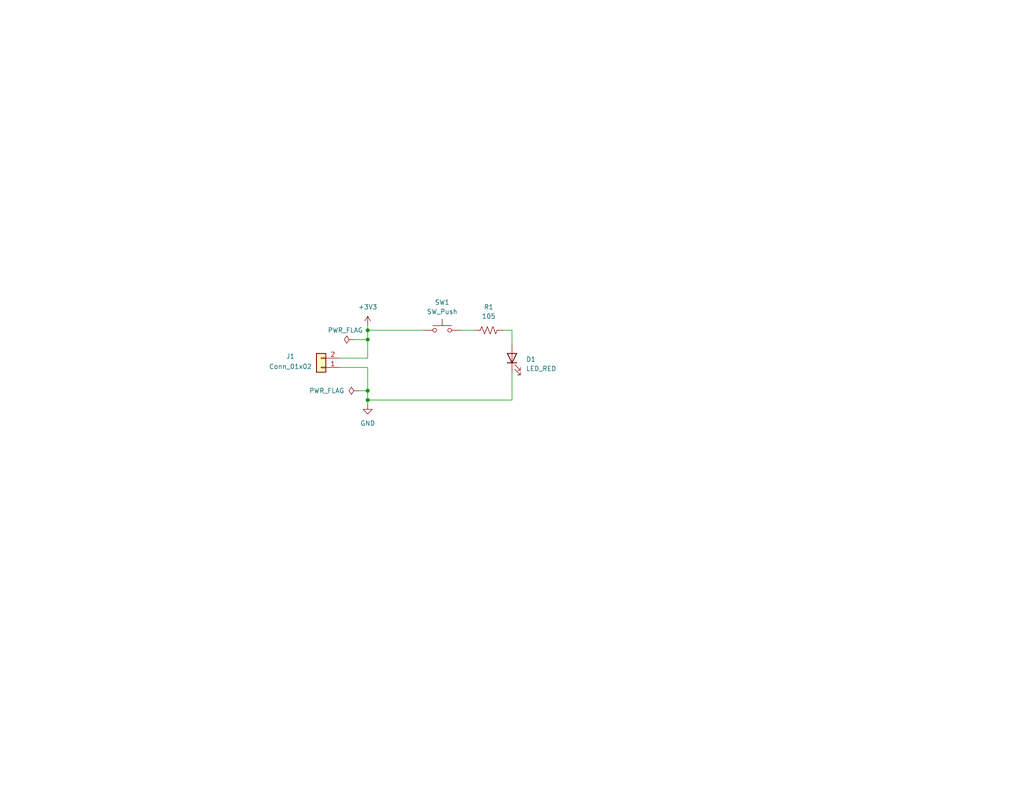
<source format=kicad_sch>
(kicad_sch (version 20231120) (generator "eeschema") (generator_version "8.0")
  (paper "USLetter")
  (title_block (title "LEDProject") (date "2025-09-19") (rev "1.0") (company "Illini Solar Car") (comment 1 "Designed By: Justin Ho"))
  (lib_symbols
    (symbol "Connector_Generic:Conn_01x02" (pin_names (offset 1.016) hide)
      (property "Reference" "J" (at 0 2.54 0))
      (property "Value" "Conn_01x02" (at 0 -5.08 0))
      (symbol "Conn_01x02_1_1"
        (rectangle (start -1.27 -2.413) (end 0 -2.667) (stroke (width 0.1524)))
        (rectangle (start -1.27 0.127) (end 0 -0.127) (stroke (width 0.1524)))
        (rectangle (start -1.27 1.27) (end 1.27 -3.81) (stroke (width 0.254)) (fill (type background)))
        (pin passive line (at -5.08 0 0) (length 3.81) (name "Pin_1") (number "1"))
        (pin passive line (at -5.08 -2.54 0) (length 3.81) (name "Pin_2") (number "2"))
      )
    )
    (symbol "Device:LED" (pin_numbers hide) (pin_names (offset 1.016) hide)
      (property "Reference" "D" (at 0 2.54 0))
      (property "Value" "LED" (at 0 -2.54 0))
      (symbol "LED_0_1"
        (polyline (pts (xy -1.27 -1.27) (xy -1.27 1.27)) (stroke (width 0.254)))
        (polyline (pts (xy -1.27 0) (xy 1.27 0)))
        (polyline (pts (xy 1.27 -1.27) (xy 1.27 1.27) (xy -1.27 0) (xy 1.27 -1.27)) (stroke (width 0.254)))
        (polyline (pts (xy -3.048 -0.762) (xy -4.572 -2.286) (xy -3.81 -2.286) (xy -4.572 -2.286) (xy -4.572 -1.524)))
        (polyline (pts (xy -1.778 -0.762) (xy -3.302 -2.286) (xy -2.54 -2.286) (xy -3.302 -2.286) (xy -3.302 -1.524)))
      )
      (symbol "LED_1_1"
        (pin passive line (at -3.81 0 0) (length 2.54) (name "K") (number "1"))
        (pin passive line (at 3.81 0 180) (length 2.54) (name "A") (number "2"))
      )
    )
    (symbol "Device:R_US" (pin_numbers hide) (pin_names (offset 0))
      (property "Reference" "R" (at 2.54 0 90))
      (property "Value" "R_US" (at -2.54 0 90))
      (symbol "R_US_0_1"
        (polyline (pts (xy 0 -2.286) (xy 0 -2.54)))
        (polyline (pts (xy 0 2.286) (xy 0 2.54)))
        (polyline (pts (xy 0 -0.762) (xy 1.016 -1.143) (xy 0 -1.524) (xy -1.016 -1.905) (xy 0 -2.286)))
        (polyline (pts (xy 0 0.762) (xy 1.016 0.381) (xy 0 0) (xy -1.016 -0.381) (xy 0 -0.762)))
        (polyline (pts (xy 0 2.286) (xy 1.016 1.905) (xy 0 1.524) (xy -1.016 1.143) (xy 0 0.762)))
      )
      (symbol "R_US_1_1"
        (pin passive line (at 0 3.81 270) (length 1.27) (name "~") (number "1"))
        (pin passive line (at 0 -3.81 90) (length 1.27) (name "~") (number "2"))
      )
    )
    (symbol "Switch:SW_Push" (pin_numbers hide) (pin_names (offset 1.016) hide)
      (property "Reference" "SW" (at 1.27 2.54 0))
      (property "Value" "SW_Push" (at 0 -1.524 0))
      (symbol "SW_Push_0_1"
        (circle (center -2.032 0) (radius 0.508))
        (polyline (pts (xy 0 1.27) (xy 0 3.048)))
        (polyline (pts (xy 2.54 1.27) (xy -2.54 1.27)))
        (circle (center 2.032 0) (radius 0.508))
        (pin passive line (at -5.08 0 0) (length 2.54) (name "1") (number "1"))
        (pin passive line (at 5.08 0 180) (length 2.54) (name "2") (number "2"))
      )
    )
    (symbol "power:+3V3" (power) (pin_names (offset 0))
      (property "Value" "+3V3" (at 0 3.556 0))
      (symbol "+3V3_0_1"
        (polyline (pts (xy -0.762 1.27) (xy 0 2.54)))
        (polyline (pts (xy 0 0) (xy 0 2.54)))
        (polyline (pts (xy 0 2.54) (xy 0.762 1.27)))
      )
      (symbol "+3V3_1_1"
        (pin power_in line (at 0 0 90) (length 0) hide (name "+3V3") (number "1"))
      )
    )
    (symbol "power:GND" (power) (pin_names (offset 0))
      (property "Value" "GND" (at 0 -3.81 0))
      (symbol "GND_0_1"
        (polyline (pts (xy 0 0) (xy 0 -1.27) (xy 1.27 -1.27) (xy 0 -2.54) (xy -1.27 -1.27) (xy 0 -1.27)))
      )
      (symbol "GND_1_1"
        (pin power_in line (at 0 0 270) (length 0) hide (name "GND") (number "1"))
      )
    )
    (symbol "power:PWR_FLAG" (power) (pin_numbers hide) (pin_names (offset 0) hide)
      (property "Value" "PWR_FLAG" (at 0 3.81 0))
      (symbol "PWR_FLAG_0_0"
        (pin power_out line (at 0 0 90) (length 0) (name "pwr") (number "1"))
      )
      (symbol "PWR_FLAG_0_1"
        (polyline (pts (xy 0 0) (xy 0 1.27) (xy -1.016 1.905) (xy 0 2.54) (xy 1.016 1.905) (xy 0 1.27)))
      )
    )
  )
  (junction (at 100.33 92.71))
  (junction (at 100.33 109.22))
  (junction (at 100.33 106.68))
  (junction (at 100.33 90.17))
  (wire (pts (xy 100.33 100.33) (xy 92.71 100.33)))
  (wire (pts (xy 100.33 109.22) (xy 139.7 109.22)))
  (wire (pts (xy 100.33 90.17) (xy 100.33 92.71)))
  (wire (pts (xy 125.73 90.17) (xy 129.54 90.17)))
  (wire (pts (xy 100.33 92.71) (xy 100.33 97.79)))
  (wire (pts (xy 100.33 109.22) (xy 100.33 106.68)))
  (wire (pts (xy 100.33 106.68) (xy 100.33 100.33)))
  (wire (pts (xy 137.16 90.17) (xy 139.7 90.17)))
  (wire (pts (xy 139.7 109.22) (xy 139.7 101.6)))
  (wire (pts (xy 100.33 97.79) (xy 92.71 97.79)))
  (wire (pts (xy 100.33 110.49) (xy 100.33 109.22)))
  (wire (pts (xy 97.79 106.68) (xy 100.33 106.68)))
  (wire (pts (xy 100.33 90.17) (xy 115.57 90.17)))
  (wire (pts (xy 100.33 88.9) (xy 100.33 90.17)))
  (wire (pts (xy 96.52 92.71) (xy 100.33 92.71)))
  (wire (pts (xy 139.7 90.17) (xy 139.7 93.98)))
  (symbol (lib_id "Connector_Generic:Conn_01x02") (at 87.63 100.33 180) (unit 1)
    (property "Reference" "J1" (at 79.248 97.282 0))
    (property "Value" "Conn_01x02" (at 79.248 100.076 0))
    (property "Footprint" "Connector_Molex:Molex_KK-254_AE-6410-02A_1x02_P2.54mm_Vertical" (effects (hide yes)))
    (property "Datasheet" "https://www.molex.com/content/dam/molex/molex-dot-com/products/automated/en-us/salesdrawingpdf/641/6410/022272021_sd.pdf?inline" (effects (hide yes)))
    (property "Description" "Generic connector, single row, 01x02, script generated (kicad-library-utils/schlib/autogen/connector/)" (effects (hide yes)))
    (property "MPN" "022272021" (effects (hide yes)))
  )
  (symbol (lib_id "power:GND") (at 100.33 110.49 0) (unit 1)
    (property "Reference" "#PWR01" (effects (hide yes)))
    (property "Value" "GND" (at 100.33 115.57 0))
    (property "Description" "Power symbol creates a global label with name \"GND\" , ground" (effects (hide yes)))
  )
  (symbol (lib_id "power:PWR_FLAG") (at 97.79 106.68 90) (unit 1)
    (property "Reference" "#FLG02" (effects (hide yes)))
    (property "Value" "PWR_FLAG" (at 93.98 106.6799 90) (effects (justify left)))
    (property "Description" "Special symbol for telling ERC where power comes from" (effects (hide yes)))
  )
  (symbol (lib_id "Device:LED") (at 139.7 97.79 90) (unit 1)
    (property "Reference" "D1" (at 143.51 98.1074 90) (effects (justify right)))
    (property "Value" "LED_RED" (at 143.51 100.6474 90) (effects (justify right)))
    (property "Footprint" "layout:LED_0603_Symbol_on_F.SilkS" (effects (hide yes)))
    (property "Description" "Light emitting diode" (effects (hide yes)))
  )
  (symbol (lib_id "power:PWR_FLAG") (at 96.52 92.71 90) (unit 1)
    (property "Reference" "#FLG01" (effects (hide yes)))
    (property "Value" "PWR_FLAG" (at 99.06 90.17 90) (effects (justify left)))
    (property "Description" "Special symbol for telling ERC where power comes from" (effects (hide yes)))
  )
  (symbol (lib_id "Device:R_US") (at 133.35 90.17 90) (unit 1)
    (property "Reference" "R1" (at 133.35 83.82 90))
    (property "Value" "105" (at 133.35 86.36 90))
    (property "Footprint" "Resistor_SMD:R_0603_1608Metric_Pad0.98x0.95mm_HandSolder" (effects (hide yes)))
    (property "Description" "Resistor, US symbol" (effects (hide yes)))
  )
  (symbol (lib_id "Switch:SW_Push") (at 120.65 90.17 0) (unit 1)
    (property "Reference" "SW1" (at 120.65 82.55 0))
    (property "Value" "SW_Push" (at 120.65 85.09 0))
    (property "Footprint" "Button_Switch_SMD:SW_DIP_SPSTx01_Slide_6.7x4.1mm_W8.61mm_P2.54mm_LowProfile" (effects (hide yes)))
    (property "Datasheet" "https://www.digikey.com/en/products/detail/te-connectivity-alcoswitch-switches/1825910-6/1632536?utm_adgroup=Supplier_TE&utm_source=google&utm_medium=cpc&utm_campaign=EN_Product_SKU_MBR&utm_term=%2B1825910-6&utm_content=Supplier_TE&gclid=Cj0KCQjwp4j6BRCRARIsAGq4yMGhBEsv1v5KcRzgW34aOMlPkoRB4A-7BCN08FfGaiq_Dk_nlKJ0QU8aAhZPEALw_wcB" (effects (hide yes)))
    (property "Description" "Push button switch, generic, two pins" (effects (hide yes)))
    (property "MPN" "1825910-6" (effects (hide yes)))
  )
  (symbol (lib_id "power:+3V3") (at 100.33 88.9 0) (unit 1)
    (property "Reference" "#PWR02" (effects (hide yes)))
    (property "Value" "+3V3" (at 100.33 83.82 0))
    (property "Description" "Power symbol creates a global label with name \"+3V3\"" (effects (hide yes)))
  )
)
</source>
